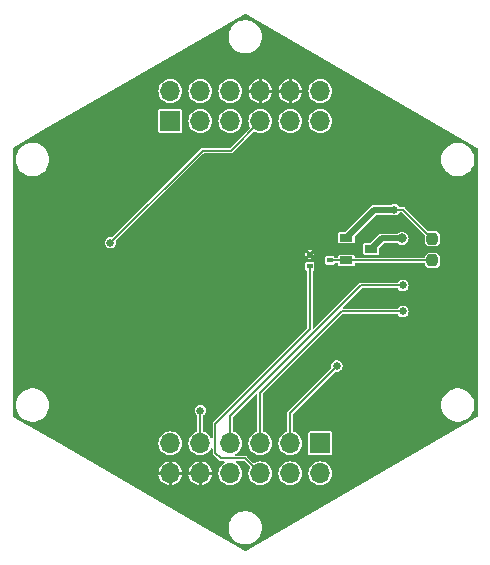
<source format=gbr>
%TF.GenerationSoftware,KiCad,Pcbnew,7.0.5*%
%TF.CreationDate,2023-06-19T10:59:58-04:00*%
%TF.ProjectId,DATA_STORAGE,44415441-5f53-4544-9f52-4147452e6b69,rev?*%
%TF.SameCoordinates,Original*%
%TF.FileFunction,Copper,L2,Bot*%
%TF.FilePolarity,Positive*%
%FSLAX46Y46*%
G04 Gerber Fmt 4.6, Leading zero omitted, Abs format (unit mm)*
G04 Created by KiCad (PCBNEW 7.0.5) date 2023-06-19 10:59:58*
%MOMM*%
%LPD*%
G01*
G04 APERTURE LIST*
G04 Aperture macros list*
%AMRoundRect*
0 Rectangle with rounded corners*
0 $1 Rounding radius*
0 $2 $3 $4 $5 $6 $7 $8 $9 X,Y pos of 4 corners*
0 Add a 4 corners polygon primitive as box body*
4,1,4,$2,$3,$4,$5,$6,$7,$8,$9,$2,$3,0*
0 Add four circle primitives for the rounded corners*
1,1,$1+$1,$2,$3*
1,1,$1+$1,$4,$5*
1,1,$1+$1,$6,$7*
1,1,$1+$1,$8,$9*
0 Add four rect primitives between the rounded corners*
20,1,$1+$1,$2,$3,$4,$5,0*
20,1,$1+$1,$4,$5,$6,$7,0*
20,1,$1+$1,$6,$7,$8,$9,0*
20,1,$1+$1,$8,$9,$2,$3,0*%
G04 Aperture macros list end*
%TA.AperFunction,ComponentPad*%
%ADD10R,1.700000X1.700000*%
%TD*%
%TA.AperFunction,ComponentPad*%
%ADD11O,1.700000X1.700000*%
%TD*%
%TA.AperFunction,SMDPad,CuDef*%
%ADD12R,1.100000X0.650000*%
%TD*%
%TA.AperFunction,SMDPad,CuDef*%
%ADD13RoundRect,0.237500X0.237500X-0.250000X0.237500X0.250000X-0.237500X0.250000X-0.237500X-0.250000X0*%
%TD*%
%TA.AperFunction,SMDPad,CuDef*%
%ADD14R,0.475000X0.460000*%
%TD*%
%TA.AperFunction,ViaPad*%
%ADD15C,0.660400*%
%TD*%
%TA.AperFunction,ViaPad*%
%ADD16C,0.812800*%
%TD*%
%TA.AperFunction,Conductor*%
%ADD17C,0.152400*%
%TD*%
%TA.AperFunction,Conductor*%
%ADD18C,0.508000*%
%TD*%
G04 APERTURE END LIST*
D10*
%TO.P,J1,1,Pin_1*%
%TO.N,/VBAT*%
X143810000Y-86465599D03*
D11*
%TO.P,J1,2,Pin_2*%
%TO.N,/~{EN}*%
X143810000Y-83925599D03*
%TO.P,J1,3,Pin_3*%
%TO.N,VCC*%
X146350000Y-86465599D03*
%TO.P,J1,4,Pin_4*%
%TO.N,/VBAT_OK*%
X146350000Y-83925599D03*
%TO.P,J1,5,Pin_5*%
%TO.N,/~{I2C_RESET}*%
X148890000Y-86465599D03*
%TO.P,J1,6,Pin_6*%
%TO.N,+5V*%
X148890000Y-83925599D03*
%TO.P,J1,7,Pin_7*%
%TO.N,/RXD*%
X151430000Y-86465599D03*
%TO.P,J1,8,Pin_8*%
%TO.N,GND*%
X151430000Y-83925599D03*
%TO.P,J1,9,Pin_9*%
%TO.N,/TXD*%
X153970000Y-86465599D03*
%TO.P,J1,10,Pin_10*%
%TO.N,GND*%
X153970000Y-83925599D03*
%TO.P,J1,11,Pin_11*%
%TO.N,/SDA*%
X156510000Y-86465599D03*
%TO.P,J1,12,Pin_12*%
%TO.N,/SCL*%
X156510000Y-83925599D03*
%TD*%
D10*
%TO.P,J2,1,Pin_1*%
%TO.N,/D11*%
X156510000Y-113743621D03*
D11*
%TO.P,J2,2,Pin_2*%
%TO.N,/D13*%
X156510000Y-116283621D03*
%TO.P,J2,3,Pin_3*%
%TO.N,/A1*%
X153970000Y-113743621D03*
%TO.P,J2,4,Pin_4*%
%TO.N,/D6*%
X153970000Y-116283621D03*
%TO.P,J2,5,Pin_5*%
%TO.N,/SCK*%
X151430000Y-113743621D03*
%TO.P,J2,6,Pin_6*%
%TO.N,/A5*%
X151430000Y-116283621D03*
%TO.P,J2,7,Pin_7*%
%TO.N,/MOSI*%
X148890000Y-113743621D03*
%TO.P,J2,8,Pin_8*%
%TO.N,/~{CS}*%
X148890000Y-116283621D03*
%TO.P,J2,9,Pin_9*%
%TO.N,/MISO*%
X146350000Y-113743621D03*
%TO.P,J2,10,Pin_10*%
%TO.N,GND*%
X146350000Y-116283621D03*
%TO.P,J2,11,Pin_11*%
%TO.N,/LED2*%
X143810000Y-113743621D03*
%TO.P,J2,12,Pin_12*%
%TO.N,GND*%
X143810000Y-116283621D03*
%TD*%
D12*
%TO.P,Q1,1*%
%TO.N,Net-(Q1-Pad1)*%
X158722000Y-98258621D03*
%TO.P,Q1,2*%
%TO.N,VCC*%
X158722000Y-96338621D03*
%TO.P,Q1,3*%
%TO.N,Net-(J3-VDD)*%
X160822000Y-97298621D03*
%TD*%
D13*
%TO.P,R3,1*%
%TO.N,Net-(Q1-Pad1)*%
X166000000Y-98251121D03*
%TO.P,R3,2*%
%TO.N,VCC*%
X166000000Y-96426121D03*
%TD*%
D14*
%TO.P,Q2,1*%
%TO.N,/A5*%
X155632000Y-98758621D03*
%TO.P,Q2,2*%
%TO.N,GND*%
X155632000Y-97758621D03*
%TO.P,Q2,3*%
%TO.N,Net-(Q1-Pad1)*%
X157308000Y-98258621D03*
%TD*%
D15*
%TO.N,GND*%
X137660000Y-93198621D03*
X157660000Y-110698621D03*
X165160000Y-93198621D03*
X165160000Y-110698621D03*
X160160000Y-113198621D03*
X135160000Y-110698621D03*
X135160000Y-105698621D03*
X140160000Y-88198621D03*
X150160000Y-95698621D03*
X140160000Y-110698621D03*
X162660000Y-90698621D03*
X147660000Y-98198621D03*
X137660000Y-113198621D03*
X162660000Y-108198621D03*
X155160000Y-93198621D03*
X132660000Y-98198621D03*
X147660000Y-95698621D03*
X165160000Y-113198621D03*
X132660000Y-100698621D03*
X140160000Y-108198621D03*
X162660000Y-113198621D03*
X147660000Y-103198621D03*
X162660000Y-88198621D03*
X165160000Y-90698621D03*
X135160000Y-103198621D03*
X132660000Y-105698621D03*
X165160000Y-108198621D03*
X160160000Y-110698621D03*
X167660000Y-103198621D03*
X132660000Y-103198621D03*
X150160000Y-100698621D03*
X152660000Y-95698621D03*
X152660000Y-93198621D03*
X140160000Y-113198621D03*
X132660000Y-95698621D03*
X160160000Y-85698621D03*
X150160000Y-98198621D03*
X142660000Y-90698621D03*
X150160000Y-90698621D03*
X135160000Y-93198621D03*
X165160000Y-88198621D03*
X140160000Y-90698621D03*
X135160000Y-108198621D03*
X157660000Y-100698621D03*
X167660000Y-100698621D03*
X135160000Y-90698621D03*
X160160000Y-115698621D03*
X137660000Y-88198621D03*
X140160000Y-103198621D03*
X162660000Y-85698621D03*
X150160000Y-93198621D03*
X142660000Y-95698621D03*
X140160000Y-85698621D03*
X142660000Y-88198621D03*
X132660000Y-93198621D03*
X137660000Y-108198621D03*
X137660000Y-103198621D03*
X167660000Y-95698621D03*
X147660000Y-93198621D03*
X140160000Y-100698621D03*
X137660000Y-90698621D03*
X147660000Y-90698621D03*
X137660000Y-110698621D03*
X142660000Y-98198621D03*
X167660000Y-98198621D03*
X162660000Y-110698621D03*
X160160000Y-88198621D03*
%TO.N,VCC*%
X162790000Y-93968621D03*
%TO.N,/A1*%
X157920000Y-107208621D03*
%TO.N,/MOSI*%
X163510000Y-100379610D03*
%TO.N,/MISO*%
X146370000Y-110968621D03*
%TO.N,/SCK*%
X163510000Y-102579610D03*
%TO.N,/RXD*%
X138755000Y-96753621D03*
D16*
%TO.N,Net-(J3-VDD)*%
X163440000Y-96398621D03*
%TD*%
D17*
%TO.N,VCC*%
X166000000Y-96426121D02*
X163542500Y-93968621D01*
D18*
X162790000Y-93968621D02*
X161092000Y-93968621D01*
D17*
X163542500Y-93968621D02*
X162790000Y-93968621D01*
D18*
X161092000Y-93968621D02*
X158722000Y-96338621D01*
D17*
%TO.N,/A1*%
X153970000Y-111158621D02*
X157920000Y-107208621D01*
X153970000Y-113743621D02*
X153970000Y-111158621D01*
%TO.N,/MOSI*%
X163510000Y-100379610D02*
X159969011Y-100379610D01*
X148890000Y-111458621D02*
X148890000Y-113743621D01*
X159969011Y-100379610D02*
X148890000Y-111458621D01*
%TO.N,/MISO*%
X146350000Y-110988621D02*
X146350000Y-113743621D01*
X146370000Y-110968621D02*
X146350000Y-110988621D01*
%TO.N,/SCK*%
X163510000Y-102579610D02*
X158329011Y-102579610D01*
X151430000Y-109478621D02*
X151430000Y-113743621D01*
X158329011Y-102579610D02*
X151430000Y-109478621D01*
%TO.N,/A5*%
X155632000Y-104076621D02*
X155632000Y-98758621D01*
X151430000Y-116283621D02*
X150175000Y-115028621D01*
X150175000Y-115028621D02*
X148120000Y-115028621D01*
X148120000Y-115028621D02*
X147630000Y-114538621D01*
X147630000Y-114538621D02*
X147630000Y-112078621D01*
X147630000Y-112078621D02*
X155632000Y-104076621D01*
%TO.N,/RXD*%
X146550000Y-88958621D02*
X148936978Y-88958621D01*
X148936978Y-88958621D02*
X151430000Y-86465599D01*
X138755000Y-96753621D02*
X146550000Y-88958621D01*
D18*
%TO.N,Net-(J3-VDD)*%
X161722000Y-96398621D02*
X160822000Y-97298621D01*
X163440000Y-96398621D02*
X161722000Y-96398621D01*
D17*
%TO.N,Net-(Q1-Pad1)*%
X158722000Y-98258621D02*
X165992500Y-98258621D01*
X165992500Y-98258621D02*
X166000000Y-98251121D01*
X157308000Y-98258621D02*
X158722000Y-98258621D01*
%TD*%
%TA.AperFunction,Conductor*%
%TO.N,GND*%
G36*
X150203946Y-77388502D02*
G01*
X169810750Y-88708494D01*
X169849399Y-88754554D01*
X169854700Y-88784618D01*
X169854700Y-111424599D01*
X169834135Y-111481100D01*
X169810750Y-111500723D01*
X150203949Y-122820715D01*
X150144735Y-122831156D01*
X150116049Y-122820715D01*
X149138254Y-122256185D01*
X146770601Y-120889220D01*
X148749884Y-120889220D01*
X148769115Y-121121316D01*
X148769116Y-121121322D01*
X148826286Y-121347080D01*
X148826289Y-121347088D01*
X148897987Y-121510541D01*
X148919840Y-121560361D01*
X148919844Y-121560367D01*
X149047215Y-121755325D01*
X149047216Y-121755327D01*
X149047220Y-121755331D01*
X149204954Y-121926676D01*
X149388740Y-122069722D01*
X149593563Y-122180567D01*
X149813837Y-122256187D01*
X149813839Y-122256187D01*
X149813841Y-122256188D01*
X150043550Y-122294520D01*
X150043554Y-122294520D01*
X150276450Y-122294520D01*
X150506158Y-122256188D01*
X150506158Y-122256187D01*
X150506163Y-122256187D01*
X150726437Y-122180567D01*
X150931260Y-122069722D01*
X151115046Y-121926676D01*
X151272780Y-121755331D01*
X151400160Y-121560361D01*
X151493712Y-121347084D01*
X151550884Y-121121317D01*
X151570116Y-120889220D01*
X151550884Y-120657123D01*
X151550883Y-120657117D01*
X151493713Y-120431359D01*
X151493710Y-120431351D01*
X151400164Y-120218089D01*
X151400160Y-120218079D01*
X151319435Y-120094520D01*
X151272784Y-120023114D01*
X151272783Y-120023112D01*
X151115050Y-119851768D01*
X151115048Y-119851767D01*
X151115046Y-119851764D01*
X150931260Y-119708718D01*
X150726437Y-119597873D01*
X150726433Y-119597871D01*
X150726430Y-119597870D01*
X150506167Y-119522254D01*
X150506158Y-119522251D01*
X150276450Y-119483920D01*
X150276446Y-119483920D01*
X150043554Y-119483920D01*
X150043550Y-119483920D01*
X149813841Y-119522251D01*
X149813832Y-119522254D01*
X149593569Y-119597870D01*
X149388740Y-119708718D01*
X149204949Y-119851768D01*
X149047216Y-120023112D01*
X149047215Y-120023114D01*
X148919844Y-120218072D01*
X148919835Y-120218089D01*
X148826289Y-120431351D01*
X148826286Y-120431359D01*
X148769116Y-120657117D01*
X148769115Y-120657123D01*
X148749884Y-120889220D01*
X146770601Y-120889220D01*
X139013440Y-116410621D01*
X142815259Y-116410621D01*
X142822105Y-116480132D01*
X142879419Y-116669073D01*
X142972504Y-116843222D01*
X143097759Y-116995845D01*
X143097775Y-116995861D01*
X143250398Y-117121116D01*
X143250397Y-117121116D01*
X143424547Y-117214201D01*
X143613491Y-117271516D01*
X143613498Y-117271517D01*
X143682999Y-117278362D01*
X143683000Y-117278362D01*
X143683000Y-116770502D01*
X143774237Y-116783621D01*
X143845763Y-116783621D01*
X143937000Y-116770502D01*
X143937000Y-117278362D01*
X144006501Y-117271517D01*
X144006508Y-117271516D01*
X144195452Y-117214201D01*
X144369601Y-117121116D01*
X144522224Y-116995861D01*
X144522240Y-116995845D01*
X144647495Y-116843222D01*
X144740580Y-116669073D01*
X144797894Y-116480132D01*
X144804741Y-116410621D01*
X145355259Y-116410621D01*
X145362105Y-116480132D01*
X145419419Y-116669073D01*
X145512504Y-116843222D01*
X145637759Y-116995845D01*
X145637775Y-116995861D01*
X145790398Y-117121116D01*
X145790397Y-117121116D01*
X145964547Y-117214201D01*
X146153491Y-117271516D01*
X146153498Y-117271517D01*
X146222999Y-117278362D01*
X146223000Y-117278362D01*
X146223000Y-116770502D01*
X146314237Y-116783621D01*
X146385763Y-116783621D01*
X146477000Y-116770502D01*
X146477000Y-117278362D01*
X146546501Y-117271517D01*
X146546508Y-117271516D01*
X146735452Y-117214201D01*
X146909601Y-117121116D01*
X147062224Y-116995861D01*
X147062240Y-116995845D01*
X147187495Y-116843222D01*
X147280580Y-116669073D01*
X147337894Y-116480132D01*
X147344741Y-116410621D01*
X146833818Y-116410621D01*
X146850000Y-116355510D01*
X146850000Y-116211732D01*
X146833818Y-116156621D01*
X147344741Y-116156621D01*
X147337894Y-116087109D01*
X147280580Y-115898168D01*
X147187495Y-115724019D01*
X147062240Y-115571396D01*
X147062224Y-115571380D01*
X146909601Y-115446125D01*
X146909602Y-115446125D01*
X146735452Y-115353040D01*
X146546511Y-115295726D01*
X146546512Y-115295726D01*
X146477000Y-115288879D01*
X146477000Y-115796739D01*
X146385763Y-115783621D01*
X146314237Y-115783621D01*
X146223000Y-115796739D01*
X146223000Y-115288879D01*
X146153488Y-115295726D01*
X145964547Y-115353040D01*
X145790398Y-115446125D01*
X145637775Y-115571380D01*
X145637759Y-115571396D01*
X145512504Y-115724019D01*
X145419419Y-115898168D01*
X145362105Y-116087109D01*
X145355259Y-116156621D01*
X145866182Y-116156621D01*
X145850000Y-116211732D01*
X145850000Y-116355510D01*
X145866182Y-116410621D01*
X145355259Y-116410621D01*
X144804741Y-116410621D01*
X144293818Y-116410621D01*
X144310000Y-116355510D01*
X144310000Y-116211732D01*
X144293818Y-116156621D01*
X144804741Y-116156621D01*
X144797894Y-116087109D01*
X144740580Y-115898168D01*
X144647495Y-115724019D01*
X144522240Y-115571396D01*
X144522224Y-115571380D01*
X144369601Y-115446125D01*
X144369602Y-115446125D01*
X144195452Y-115353040D01*
X144006511Y-115295726D01*
X144006512Y-115295726D01*
X143937000Y-115288879D01*
X143937000Y-115796739D01*
X143845763Y-115783621D01*
X143774237Y-115783621D01*
X143683000Y-115796739D01*
X143683000Y-115288879D01*
X143613488Y-115295726D01*
X143424547Y-115353040D01*
X143250398Y-115446125D01*
X143097775Y-115571380D01*
X143097759Y-115571396D01*
X142972504Y-115724019D01*
X142879419Y-115898168D01*
X142822105Y-116087109D01*
X142815259Y-116156621D01*
X143326182Y-116156621D01*
X143310000Y-116211732D01*
X143310000Y-116355510D01*
X143326182Y-116410621D01*
X142815259Y-116410621D01*
X139013440Y-116410621D01*
X134394061Y-113743621D01*
X142802247Y-113743621D01*
X142821612Y-113940230D01*
X142878957Y-114129269D01*
X142878958Y-114129271D01*
X142972084Y-114303499D01*
X143097411Y-114456210D01*
X143250122Y-114581537D01*
X143424350Y-114674663D01*
X143558715Y-114715422D01*
X143607189Y-114730127D01*
X143613397Y-114732010D01*
X143810000Y-114751374D01*
X144006603Y-114732010D01*
X144195650Y-114674663D01*
X144369878Y-114581537D01*
X144522589Y-114456210D01*
X144647916Y-114303499D01*
X144741042Y-114129271D01*
X144798389Y-113940224D01*
X144817753Y-113743621D01*
X145342247Y-113743621D01*
X145361612Y-113940230D01*
X145418957Y-114129269D01*
X145418958Y-114129271D01*
X145512084Y-114303499D01*
X145637411Y-114456210D01*
X145790122Y-114581537D01*
X145964350Y-114674663D01*
X146098715Y-114715422D01*
X146147189Y-114730127D01*
X146153397Y-114732010D01*
X146350000Y-114751374D01*
X146546603Y-114732010D01*
X146735650Y-114674663D01*
X146909878Y-114581537D01*
X147062589Y-114456210D01*
X147187916Y-114303499D01*
X147235479Y-114214513D01*
X147280250Y-114174378D01*
X147340345Y-114172410D01*
X147387645Y-114209532D01*
X147400900Y-114255949D01*
X147400900Y-114531471D01*
X147400840Y-114533772D01*
X147398666Y-114575260D01*
X147407177Y-114597433D01*
X147411092Y-114610650D01*
X147416031Y-114633888D01*
X147420124Y-114639521D01*
X147431071Y-114659682D01*
X147433567Y-114666183D01*
X147433568Y-114666185D01*
X147450364Y-114682982D01*
X147459320Y-114693468D01*
X147473276Y-114712677D01*
X147473278Y-114712679D01*
X147479308Y-114716160D01*
X147497510Y-114730127D01*
X147952951Y-115185569D01*
X147954535Y-115187238D01*
X147982330Y-115218107D01*
X148004027Y-115227767D01*
X148016141Y-115234344D01*
X148036064Y-115247283D01*
X148042940Y-115248371D01*
X148064944Y-115254889D01*
X148071303Y-115257721D01*
X148095052Y-115257721D01*
X148108801Y-115258803D01*
X148113877Y-115259606D01*
X148132259Y-115262518D01*
X148138984Y-115260715D01*
X148161734Y-115257721D01*
X148330900Y-115257721D01*
X148387401Y-115278286D01*
X148417465Y-115330357D01*
X148407024Y-115389571D01*
X148372335Y-115423142D01*
X148330123Y-115445704D01*
X148177413Y-115571030D01*
X148177409Y-115571034D01*
X148052084Y-115723742D01*
X147958957Y-115897972D01*
X147901612Y-116087011D01*
X147882247Y-116283621D01*
X147901612Y-116480230D01*
X147958898Y-116669073D01*
X147958958Y-116669271D01*
X148052084Y-116843499D01*
X148177411Y-116996210D01*
X148330122Y-117121537D01*
X148504350Y-117214663D01*
X148638715Y-117255422D01*
X148691771Y-117271517D01*
X148693397Y-117272010D01*
X148890000Y-117291374D01*
X149086603Y-117272010D01*
X149275650Y-117214663D01*
X149449878Y-117121537D01*
X149602589Y-116996210D01*
X149727916Y-116843499D01*
X149821042Y-116669271D01*
X149878389Y-116480224D01*
X149897753Y-116283621D01*
X149878389Y-116087018D01*
X149821042Y-115897971D01*
X149727916Y-115723743D01*
X149602589Y-115571032D01*
X149449878Y-115445705D01*
X149407664Y-115423141D01*
X149367529Y-115378371D01*
X149365561Y-115318276D01*
X149402682Y-115270976D01*
X149449100Y-115257721D01*
X150043694Y-115257721D01*
X150100195Y-115278286D01*
X150105849Y-115283466D01*
X150529978Y-115707595D01*
X150555389Y-115762089D01*
X150545344Y-115811185D01*
X150498958Y-115897968D01*
X150498957Y-115897972D01*
X150441612Y-116087011D01*
X150422247Y-116283621D01*
X150441612Y-116480230D01*
X150498898Y-116669073D01*
X150498958Y-116669271D01*
X150592084Y-116843499D01*
X150717411Y-116996210D01*
X150870122Y-117121537D01*
X151044350Y-117214663D01*
X151178715Y-117255422D01*
X151231771Y-117271517D01*
X151233397Y-117272010D01*
X151430000Y-117291374D01*
X151626603Y-117272010D01*
X151815650Y-117214663D01*
X151989878Y-117121537D01*
X152142589Y-116996210D01*
X152267916Y-116843499D01*
X152361042Y-116669271D01*
X152418389Y-116480224D01*
X152437753Y-116283621D01*
X152962247Y-116283621D01*
X152981612Y-116480230D01*
X153038898Y-116669073D01*
X153038958Y-116669271D01*
X153132084Y-116843499D01*
X153257411Y-116996210D01*
X153410122Y-117121537D01*
X153584350Y-117214663D01*
X153718715Y-117255422D01*
X153771771Y-117271517D01*
X153773397Y-117272010D01*
X153970000Y-117291374D01*
X154166603Y-117272010D01*
X154355650Y-117214663D01*
X154529878Y-117121537D01*
X154682589Y-116996210D01*
X154807916Y-116843499D01*
X154901042Y-116669271D01*
X154958389Y-116480224D01*
X154977753Y-116283621D01*
X155502247Y-116283621D01*
X155521612Y-116480230D01*
X155578898Y-116669073D01*
X155578958Y-116669271D01*
X155672084Y-116843499D01*
X155797411Y-116996210D01*
X155950122Y-117121537D01*
X156124350Y-117214663D01*
X156258715Y-117255422D01*
X156311771Y-117271517D01*
X156313397Y-117272010D01*
X156510000Y-117291374D01*
X156706603Y-117272010D01*
X156895650Y-117214663D01*
X157069878Y-117121537D01*
X157222589Y-116996210D01*
X157347916Y-116843499D01*
X157441042Y-116669271D01*
X157498389Y-116480224D01*
X157517753Y-116283621D01*
X157498389Y-116087018D01*
X157441042Y-115897971D01*
X157347916Y-115723743D01*
X157222589Y-115571032D01*
X157069878Y-115445705D01*
X156895650Y-115352579D01*
X156895649Y-115352578D01*
X156895648Y-115352578D01*
X156706609Y-115295233D01*
X156706604Y-115295232D01*
X156706603Y-115295232D01*
X156510000Y-115275868D01*
X156509999Y-115275868D01*
X156485450Y-115278286D01*
X156313397Y-115295232D01*
X156313395Y-115295232D01*
X156313390Y-115295233D01*
X156124351Y-115352578D01*
X155950121Y-115445705D01*
X155797413Y-115571030D01*
X155797409Y-115571034D01*
X155672084Y-115723742D01*
X155578957Y-115897972D01*
X155521612Y-116087011D01*
X155502247Y-116283621D01*
X154977753Y-116283621D01*
X154958389Y-116087018D01*
X154901042Y-115897971D01*
X154807916Y-115723743D01*
X154682589Y-115571032D01*
X154529878Y-115445705D01*
X154355650Y-115352579D01*
X154355649Y-115352578D01*
X154355648Y-115352578D01*
X154166609Y-115295233D01*
X154166604Y-115295232D01*
X154166603Y-115295232D01*
X153970000Y-115275868D01*
X153773397Y-115295232D01*
X153773395Y-115295232D01*
X153773390Y-115295233D01*
X153584351Y-115352578D01*
X153410121Y-115445705D01*
X153257413Y-115571030D01*
X153257409Y-115571034D01*
X153132084Y-115723742D01*
X153038957Y-115897972D01*
X152981612Y-116087011D01*
X152962247Y-116283621D01*
X152437753Y-116283621D01*
X152418389Y-116087018D01*
X152361042Y-115897971D01*
X152267916Y-115723743D01*
X152142589Y-115571032D01*
X151989878Y-115445705D01*
X151815650Y-115352579D01*
X151815649Y-115352578D01*
X151815648Y-115352578D01*
X151626609Y-115295233D01*
X151626604Y-115295232D01*
X151626603Y-115295232D01*
X151430000Y-115275868D01*
X151429999Y-115275868D01*
X151405450Y-115278286D01*
X151233397Y-115295232D01*
X151233395Y-115295232D01*
X151233390Y-115295233D01*
X151044351Y-115352578D01*
X151044347Y-115352579D01*
X150957565Y-115398965D01*
X150898041Y-115407463D01*
X150853975Y-115383599D01*
X150342039Y-114871662D01*
X150340470Y-114870010D01*
X150312670Y-114839135D01*
X150312669Y-114839134D01*
X150290972Y-114829473D01*
X150278858Y-114822896D01*
X150266022Y-114814561D01*
X150258936Y-114809960D01*
X150258933Y-114809959D01*
X150258932Y-114809959D01*
X150252058Y-114808870D01*
X150230064Y-114802355D01*
X150223699Y-114799521D01*
X150223697Y-114799521D01*
X150199947Y-114799521D01*
X150186197Y-114798439D01*
X150174119Y-114796526D01*
X150162743Y-114794724D01*
X150162740Y-114794724D01*
X150156017Y-114796526D01*
X150133267Y-114799521D01*
X149392974Y-114799521D01*
X149336473Y-114778956D01*
X149306409Y-114726885D01*
X149316850Y-114667671D01*
X149351537Y-114634100D01*
X149449878Y-114581537D01*
X149602589Y-114456210D01*
X149727916Y-114303499D01*
X149821042Y-114129271D01*
X149878389Y-113940224D01*
X149897753Y-113743621D01*
X149878389Y-113547018D01*
X149821042Y-113357971D01*
X149727916Y-113183743D01*
X149602589Y-113031032D01*
X149449878Y-112905705D01*
X149275650Y-112812579D01*
X149181483Y-112784013D01*
X149133385Y-112747932D01*
X149119100Y-112699898D01*
X149119100Y-111589926D01*
X149139665Y-111533425D01*
X149144834Y-111527782D01*
X151050845Y-109621770D01*
X151105339Y-109596360D01*
X151163417Y-109611923D01*
X151197905Y-109661176D01*
X151200900Y-109683926D01*
X151200900Y-112699898D01*
X151180335Y-112756399D01*
X151138516Y-112784013D01*
X151044354Y-112812578D01*
X151044347Y-112812580D01*
X150870121Y-112905705D01*
X150717413Y-113031030D01*
X150717409Y-113031034D01*
X150592084Y-113183742D01*
X150498957Y-113357972D01*
X150441612Y-113547011D01*
X150422247Y-113743620D01*
X150441612Y-113940230D01*
X150498957Y-114129269D01*
X150498958Y-114129271D01*
X150592084Y-114303499D01*
X150717411Y-114456210D01*
X150870122Y-114581537D01*
X151044350Y-114674663D01*
X151178715Y-114715422D01*
X151227189Y-114730127D01*
X151233397Y-114732010D01*
X151430000Y-114751374D01*
X151626603Y-114732010D01*
X151815650Y-114674663D01*
X151989878Y-114581537D01*
X152142589Y-114456210D01*
X152267916Y-114303499D01*
X152361042Y-114129271D01*
X152418389Y-113940224D01*
X152437753Y-113743621D01*
X152437753Y-113743620D01*
X152962247Y-113743620D01*
X152981612Y-113940230D01*
X153038957Y-114129269D01*
X153038958Y-114129271D01*
X153132084Y-114303499D01*
X153257411Y-114456210D01*
X153410122Y-114581537D01*
X153584350Y-114674663D01*
X153718715Y-114715422D01*
X153767189Y-114730127D01*
X153773397Y-114732010D01*
X153970000Y-114751374D01*
X154166603Y-114732010D01*
X154355650Y-114674663D01*
X154479098Y-114608679D01*
X155507100Y-114608679D01*
X155515097Y-114648881D01*
X155515972Y-114653279D01*
X155549766Y-114703855D01*
X155562969Y-114712677D01*
X155600341Y-114737649D01*
X155606963Y-114738966D01*
X155644943Y-114746521D01*
X157375056Y-114746520D01*
X157375058Y-114746520D01*
X157387750Y-114743995D01*
X157419658Y-114737649D01*
X157470234Y-114703855D01*
X157504028Y-114653279D01*
X157512900Y-114608678D01*
X157512899Y-112878565D01*
X157512899Y-112878564D01*
X157512899Y-112878562D01*
X157509111Y-112859523D01*
X157504028Y-112833963D01*
X157470234Y-112783387D01*
X157470002Y-112783232D01*
X157419658Y-112749592D01*
X157382456Y-112742192D01*
X157375057Y-112740721D01*
X157375056Y-112740721D01*
X155644941Y-112740721D01*
X155600341Y-112749593D01*
X155549767Y-112783386D01*
X155549764Y-112783389D01*
X155515971Y-112833962D01*
X155507100Y-112878564D01*
X155507100Y-114608679D01*
X154479098Y-114608679D01*
X154529878Y-114581537D01*
X154682589Y-114456210D01*
X154807916Y-114303499D01*
X154901042Y-114129271D01*
X154958389Y-113940224D01*
X154977753Y-113743621D01*
X154958389Y-113547018D01*
X154901042Y-113357971D01*
X154807916Y-113183743D01*
X154682589Y-113031032D01*
X154529878Y-112905705D01*
X154355650Y-112812579D01*
X154261483Y-112784013D01*
X154213385Y-112747932D01*
X154199100Y-112699898D01*
X154199100Y-111289926D01*
X154219665Y-111233425D01*
X154224834Y-111227782D01*
X154955702Y-110496914D01*
X166749884Y-110496914D01*
X166769115Y-110729011D01*
X166769116Y-110729017D01*
X166826286Y-110954775D01*
X166826289Y-110954783D01*
X166919835Y-111168045D01*
X166919840Y-111168056D01*
X166919844Y-111168062D01*
X167047215Y-111363020D01*
X167047216Y-111363022D01*
X167173979Y-111500724D01*
X167204954Y-111534371D01*
X167388740Y-111677417D01*
X167593563Y-111788262D01*
X167813837Y-111863882D01*
X167813839Y-111863882D01*
X167813841Y-111863883D01*
X168043550Y-111902215D01*
X168043554Y-111902215D01*
X168276450Y-111902215D01*
X168506158Y-111863883D01*
X168506158Y-111863882D01*
X168506163Y-111863882D01*
X168726437Y-111788262D01*
X168931260Y-111677417D01*
X169115046Y-111534371D01*
X169272780Y-111363026D01*
X169400160Y-111168056D01*
X169493712Y-110954779D01*
X169550884Y-110729012D01*
X169570116Y-110496915D01*
X169550884Y-110264818D01*
X169550883Y-110264812D01*
X169493713Y-110039054D01*
X169493710Y-110039046D01*
X169400164Y-109825784D01*
X169400160Y-109825774D01*
X169319435Y-109702215D01*
X169272784Y-109630809D01*
X169272783Y-109630807D01*
X169115050Y-109459463D01*
X169115048Y-109459462D01*
X169115046Y-109459459D01*
X168931260Y-109316413D01*
X168726437Y-109205568D01*
X168726433Y-109205566D01*
X168726430Y-109205565D01*
X168506167Y-109129949D01*
X168506158Y-109129946D01*
X168276450Y-109091615D01*
X168276446Y-109091615D01*
X168043554Y-109091615D01*
X168043550Y-109091615D01*
X167813841Y-109129946D01*
X167813832Y-109129949D01*
X167593569Y-109205565D01*
X167388740Y-109316413D01*
X167204949Y-109459463D01*
X167047216Y-109630807D01*
X167047215Y-109630809D01*
X166919844Y-109825767D01*
X166919835Y-109825784D01*
X166826289Y-110039046D01*
X166826286Y-110039054D01*
X166769116Y-110264812D01*
X166769115Y-110264818D01*
X166749884Y-110496914D01*
X154955702Y-110496914D01*
X157744365Y-107708250D01*
X157798858Y-107682840D01*
X157831284Y-107686067D01*
X157850536Y-107691720D01*
X157850539Y-107691720D01*
X157850541Y-107691721D01*
X157850542Y-107691721D01*
X157989458Y-107691721D01*
X157989459Y-107691721D01*
X157989461Y-107691720D01*
X157989463Y-107691720D01*
X158008715Y-107686067D01*
X158122751Y-107652583D01*
X158239617Y-107577478D01*
X158330589Y-107472490D01*
X158388298Y-107346126D01*
X158408068Y-107208621D01*
X158408068Y-107208617D01*
X158388299Y-107071122D01*
X158388298Y-107071121D01*
X158388298Y-107071116D01*
X158330589Y-106944752D01*
X158239617Y-106839764D01*
X158239615Y-106839763D01*
X158239613Y-106839761D01*
X158122754Y-106764660D01*
X158122751Y-106764659D01*
X158096092Y-106756831D01*
X157989463Y-106725521D01*
X157989459Y-106725521D01*
X157850541Y-106725521D01*
X157850536Y-106725521D01*
X157717249Y-106764659D01*
X157717245Y-106764660D01*
X157600386Y-106839761D01*
X157600381Y-106839765D01*
X157509410Y-106944753D01*
X157451702Y-107071116D01*
X157451700Y-107071122D01*
X157431932Y-107208617D01*
X157431932Y-107208623D01*
X157446294Y-107308515D01*
X157433980Y-107367367D01*
X157421444Y-107383179D01*
X153813040Y-110991582D01*
X153811372Y-110993165D01*
X153780514Y-111020950D01*
X153780513Y-111020951D01*
X153780514Y-111020951D01*
X153770849Y-111042655D01*
X153764278Y-111054758D01*
X153755226Y-111068697D01*
X153751338Y-111074686D01*
X153750248Y-111081568D01*
X153743735Y-111103555D01*
X153740900Y-111109924D01*
X153740900Y-111133672D01*
X153739818Y-111147421D01*
X153736103Y-111170876D01*
X153736103Y-111170879D01*
X153737905Y-111177603D01*
X153740900Y-111200354D01*
X153740900Y-112699898D01*
X153720335Y-112756399D01*
X153678516Y-112784013D01*
X153584354Y-112812578D01*
X153584347Y-112812580D01*
X153410121Y-112905705D01*
X153257413Y-113031030D01*
X153257409Y-113031034D01*
X153132084Y-113183742D01*
X153038957Y-113357972D01*
X152981612Y-113547011D01*
X152962247Y-113743620D01*
X152437753Y-113743620D01*
X152418389Y-113547018D01*
X152361042Y-113357971D01*
X152267916Y-113183743D01*
X152142589Y-113031032D01*
X151989878Y-112905705D01*
X151815650Y-112812579D01*
X151721483Y-112784013D01*
X151673385Y-112747932D01*
X151659100Y-112699898D01*
X151659100Y-109609927D01*
X151679665Y-109553426D01*
X151684845Y-109547772D01*
X158398163Y-102834455D01*
X158452657Y-102809044D01*
X158460318Y-102808710D01*
X163029141Y-102808710D01*
X163085642Y-102829275D01*
X163095572Y-102839048D01*
X163099410Y-102843477D01*
X163099411Y-102843479D01*
X163190383Y-102948467D01*
X163190385Y-102948468D01*
X163190386Y-102948469D01*
X163307245Y-103023570D01*
X163307246Y-103023570D01*
X163307249Y-103023572D01*
X163398035Y-103050229D01*
X163440536Y-103062709D01*
X163440539Y-103062709D01*
X163440541Y-103062710D01*
X163440542Y-103062710D01*
X163579458Y-103062710D01*
X163579459Y-103062710D01*
X163579461Y-103062709D01*
X163579463Y-103062709D01*
X163595305Y-103058056D01*
X163712751Y-103023572D01*
X163829617Y-102948467D01*
X163920589Y-102843479D01*
X163978298Y-102717115D01*
X163998068Y-102579610D01*
X163998068Y-102579606D01*
X163978299Y-102442111D01*
X163978298Y-102442110D01*
X163978298Y-102442105D01*
X163920589Y-102315741D01*
X163829617Y-102210753D01*
X163829615Y-102210752D01*
X163829613Y-102210750D01*
X163712754Y-102135649D01*
X163712751Y-102135648D01*
X163686092Y-102127820D01*
X163579463Y-102096510D01*
X163579459Y-102096510D01*
X163440541Y-102096510D01*
X163440536Y-102096510D01*
X163307249Y-102135648D01*
X163307245Y-102135649D01*
X163190386Y-102210750D01*
X163190381Y-102210754D01*
X163095572Y-102320172D01*
X163043030Y-102349406D01*
X163029141Y-102350510D01*
X158534316Y-102350510D01*
X158477815Y-102329945D01*
X158447751Y-102277874D01*
X158458192Y-102218660D01*
X158472161Y-102200455D01*
X160038162Y-100634455D01*
X160092656Y-100609044D01*
X160100317Y-100608710D01*
X163029141Y-100608710D01*
X163085642Y-100629275D01*
X163095572Y-100639048D01*
X163099410Y-100643477D01*
X163099411Y-100643479D01*
X163190383Y-100748467D01*
X163190385Y-100748468D01*
X163190386Y-100748469D01*
X163307245Y-100823570D01*
X163307246Y-100823570D01*
X163307249Y-100823572D01*
X163398035Y-100850229D01*
X163440536Y-100862709D01*
X163440539Y-100862709D01*
X163440541Y-100862710D01*
X163440542Y-100862710D01*
X163579458Y-100862710D01*
X163579459Y-100862710D01*
X163579461Y-100862709D01*
X163579463Y-100862709D01*
X163595305Y-100858056D01*
X163712751Y-100823572D01*
X163829617Y-100748467D01*
X163920589Y-100643479D01*
X163978298Y-100517115D01*
X163998068Y-100379610D01*
X163998068Y-100379606D01*
X163978299Y-100242111D01*
X163978298Y-100242110D01*
X163978298Y-100242105D01*
X163920589Y-100115741D01*
X163829617Y-100010753D01*
X163829615Y-100010752D01*
X163829613Y-100010750D01*
X163712754Y-99935649D01*
X163712751Y-99935648D01*
X163686092Y-99927820D01*
X163579463Y-99896510D01*
X163579459Y-99896510D01*
X163440541Y-99896510D01*
X163440536Y-99896510D01*
X163307249Y-99935648D01*
X163307245Y-99935649D01*
X163190386Y-100010750D01*
X163190381Y-100010754D01*
X163095572Y-100120172D01*
X163043030Y-100149406D01*
X163029141Y-100150510D01*
X159976167Y-100150510D01*
X159973867Y-100150450D01*
X159948548Y-100149123D01*
X159932372Y-100148276D01*
X159932371Y-100148276D01*
X159932370Y-100148276D01*
X159910199Y-100156786D01*
X159896982Y-100160701D01*
X159873746Y-100165640D01*
X159873746Y-100165641D01*
X159873743Y-100165642D01*
X159868106Y-100169738D01*
X159847953Y-100180680D01*
X159841446Y-100183178D01*
X159841443Y-100183180D01*
X159824650Y-100199973D01*
X159814165Y-100208928D01*
X159794956Y-100222884D01*
X159794949Y-100222891D01*
X159791469Y-100228920D01*
X159777504Y-100247119D01*
X156011155Y-104013468D01*
X155956661Y-104038879D01*
X155898583Y-104023316D01*
X155864095Y-103974063D01*
X155861100Y-103951313D01*
X155861100Y-99218323D01*
X155881665Y-99161822D01*
X155921986Y-99137955D01*
X155921161Y-99135961D01*
X155929151Y-99132650D01*
X155929158Y-99132649D01*
X155979734Y-99098855D01*
X156013528Y-99048279D01*
X156022400Y-99003678D01*
X156022399Y-98513565D01*
X156022399Y-98513564D01*
X156022399Y-98513562D01*
X156020433Y-98503679D01*
X156917600Y-98503679D01*
X156925220Y-98541984D01*
X156926472Y-98548279D01*
X156960266Y-98598855D01*
X156977201Y-98610171D01*
X157010841Y-98632649D01*
X157018241Y-98634120D01*
X157055443Y-98641521D01*
X157560556Y-98641520D01*
X157560558Y-98641520D01*
X157573250Y-98638995D01*
X157605158Y-98632649D01*
X157655734Y-98598855D01*
X157689528Y-98548279D01*
X157689528Y-98548278D01*
X157689529Y-98548277D01*
X157692136Y-98541984D01*
X157732756Y-98497653D01*
X157773345Y-98487721D01*
X157931201Y-98487721D01*
X157987702Y-98508286D01*
X158017766Y-98560357D01*
X158019101Y-98575621D01*
X158019101Y-98598679D01*
X158025858Y-98632649D01*
X158027972Y-98643279D01*
X158061766Y-98693855D01*
X158078701Y-98705171D01*
X158112341Y-98727649D01*
X158119741Y-98729120D01*
X158156943Y-98736521D01*
X159287056Y-98736520D01*
X159287058Y-98736520D01*
X159302481Y-98733452D01*
X159331658Y-98727649D01*
X159382234Y-98693855D01*
X159416028Y-98643279D01*
X159424900Y-98598678D01*
X159424900Y-98575621D01*
X159445465Y-98519120D01*
X159497536Y-98489056D01*
X159512800Y-98487721D01*
X165290038Y-98487721D01*
X165346539Y-98508286D01*
X165376603Y-98560357D01*
X165376856Y-98561871D01*
X165386579Y-98623262D01*
X165386579Y-98623263D01*
X165386580Y-98623265D01*
X165442723Y-98733453D01*
X165530168Y-98820898D01*
X165640356Y-98877041D01*
X165731778Y-98891521D01*
X165731779Y-98891521D01*
X166268221Y-98891521D01*
X166268222Y-98891521D01*
X166359644Y-98877041D01*
X166469832Y-98820898D01*
X166557277Y-98733453D01*
X166613420Y-98623265D01*
X166627900Y-98531843D01*
X166627900Y-97970399D01*
X166613420Y-97878977D01*
X166557277Y-97768789D01*
X166469832Y-97681344D01*
X166359644Y-97625201D01*
X166359642Y-97625200D01*
X166359641Y-97625200D01*
X166289414Y-97614077D01*
X166268222Y-97610721D01*
X165731778Y-97610721D01*
X165714574Y-97613445D01*
X165640358Y-97625200D01*
X165640356Y-97625200D01*
X165640356Y-97625201D01*
X165530168Y-97681344D01*
X165442723Y-97768789D01*
X165388239Y-97875722D01*
X165386579Y-97878979D01*
X165374480Y-97955372D01*
X165345329Y-98007960D01*
X165289196Y-98029508D01*
X165287662Y-98029521D01*
X159512799Y-98029521D01*
X159456298Y-98008956D01*
X159426234Y-97956885D01*
X159424899Y-97941621D01*
X159424899Y-97918562D01*
X159418142Y-97884592D01*
X159416028Y-97873963D01*
X159382234Y-97823387D01*
X159382002Y-97823232D01*
X159331658Y-97789592D01*
X159294456Y-97782192D01*
X159287057Y-97780721D01*
X159287056Y-97780721D01*
X158156941Y-97780721D01*
X158112341Y-97789593D01*
X158061767Y-97823386D01*
X158061764Y-97823389D01*
X158027971Y-97873962D01*
X158019100Y-97918564D01*
X158019100Y-97941621D01*
X157998535Y-97998122D01*
X157946464Y-98028186D01*
X157931200Y-98029521D01*
X157773344Y-98029521D01*
X157716843Y-98008956D01*
X157692133Y-97975255D01*
X157689528Y-97968966D01*
X157689528Y-97968963D01*
X157655734Y-97918387D01*
X157655502Y-97918232D01*
X157605158Y-97884592D01*
X157567956Y-97877192D01*
X157560557Y-97875721D01*
X157560556Y-97875721D01*
X157055441Y-97875721D01*
X157010841Y-97884593D01*
X156960267Y-97918386D01*
X156960264Y-97918389D01*
X156926471Y-97968962D01*
X156917600Y-98013564D01*
X156917600Y-98503679D01*
X156020433Y-98503679D01*
X156017259Y-98487721D01*
X156013528Y-98468963D01*
X155979734Y-98418387D01*
X155979502Y-98418232D01*
X155929158Y-98384592D01*
X155891956Y-98377192D01*
X155884557Y-98375721D01*
X155884556Y-98375721D01*
X155379441Y-98375721D01*
X155334841Y-98384593D01*
X155284267Y-98418386D01*
X155284264Y-98418389D01*
X155250471Y-98468962D01*
X155241600Y-98513564D01*
X155241600Y-99003679D01*
X155250472Y-99048279D01*
X155284266Y-99098855D01*
X155309727Y-99115868D01*
X155334843Y-99132650D01*
X155342839Y-99135962D01*
X155341965Y-99138071D01*
X155383549Y-99163302D01*
X155402900Y-99218324D01*
X155402900Y-103945313D01*
X155382335Y-104001814D01*
X155377155Y-104007468D01*
X147473040Y-111911582D01*
X147471372Y-111913165D01*
X147440514Y-111940950D01*
X147440513Y-111940951D01*
X147440514Y-111940951D01*
X147430849Y-111962655D01*
X147424278Y-111974758D01*
X147415226Y-111988697D01*
X147411338Y-111994686D01*
X147410248Y-112001568D01*
X147403735Y-112023555D01*
X147400900Y-112029924D01*
X147400900Y-112053672D01*
X147399818Y-112067421D01*
X147396103Y-112090876D01*
X147396103Y-112090879D01*
X147397905Y-112097603D01*
X147400900Y-112120354D01*
X147400900Y-113231292D01*
X147380335Y-113287793D01*
X147328264Y-113317857D01*
X147269050Y-113307416D01*
X147235479Y-113272728D01*
X147187915Y-113183742D01*
X147062589Y-113031032D01*
X146909878Y-112905705D01*
X146735650Y-112812579D01*
X146641483Y-112784013D01*
X146593385Y-112747932D01*
X146579100Y-112699898D01*
X146579100Y-111456499D01*
X146599665Y-111399998D01*
X146619477Y-111382553D01*
X146689617Y-111337478D01*
X146780589Y-111232490D01*
X146838298Y-111106126D01*
X146842818Y-111074686D01*
X146858068Y-110968624D01*
X146858068Y-110968617D01*
X146838299Y-110831122D01*
X146838298Y-110831121D01*
X146838298Y-110831116D01*
X146780589Y-110704752D01*
X146689617Y-110599764D01*
X146689615Y-110599763D01*
X146689613Y-110599761D01*
X146572754Y-110524660D01*
X146572751Y-110524659D01*
X146546092Y-110516831D01*
X146439463Y-110485521D01*
X146439459Y-110485521D01*
X146300541Y-110485521D01*
X146300536Y-110485521D01*
X146167249Y-110524659D01*
X146167245Y-110524660D01*
X146050386Y-110599761D01*
X146050381Y-110599765D01*
X145959410Y-110704753D01*
X145901702Y-110831116D01*
X145901700Y-110831122D01*
X145881932Y-110968617D01*
X145881932Y-110968624D01*
X145901700Y-111106119D01*
X145901701Y-111106124D01*
X145901702Y-111106126D01*
X145959411Y-111232490D01*
X146050383Y-111337478D01*
X146080522Y-111356847D01*
X146116935Y-111404691D01*
X146120900Y-111430792D01*
X146120900Y-112699898D01*
X146100335Y-112756399D01*
X146058516Y-112784013D01*
X145964354Y-112812578D01*
X145964347Y-112812580D01*
X145790121Y-112905705D01*
X145637413Y-113031030D01*
X145637409Y-113031034D01*
X145512084Y-113183742D01*
X145418957Y-113357972D01*
X145361612Y-113547011D01*
X145342247Y-113743621D01*
X144817753Y-113743621D01*
X144798389Y-113547018D01*
X144741042Y-113357971D01*
X144647916Y-113183743D01*
X144522589Y-113031032D01*
X144369878Y-112905705D01*
X144195650Y-112812579D01*
X144195649Y-112812578D01*
X144195648Y-112812578D01*
X144006609Y-112755233D01*
X144006604Y-112755232D01*
X144006603Y-112755232D01*
X143810000Y-112735868D01*
X143613397Y-112755232D01*
X143613395Y-112755232D01*
X143613390Y-112755233D01*
X143424351Y-112812578D01*
X143250121Y-112905705D01*
X143097413Y-113031030D01*
X143097409Y-113031034D01*
X142972084Y-113183742D01*
X142878957Y-113357972D01*
X142821612Y-113547011D01*
X142802247Y-113743621D01*
X134394061Y-113743621D01*
X130509248Y-111500723D01*
X130470600Y-111454664D01*
X130465300Y-111424605D01*
X130465300Y-110496915D01*
X130749884Y-110496915D01*
X130769115Y-110729011D01*
X130769116Y-110729017D01*
X130826286Y-110954775D01*
X130826289Y-110954783D01*
X130919835Y-111168045D01*
X130919840Y-111168056D01*
X130919844Y-111168062D01*
X131047215Y-111363020D01*
X131047216Y-111363022D01*
X131173979Y-111500724D01*
X131204954Y-111534371D01*
X131388740Y-111677417D01*
X131593563Y-111788262D01*
X131813837Y-111863882D01*
X131813839Y-111863882D01*
X131813841Y-111863883D01*
X132043550Y-111902215D01*
X132043554Y-111902215D01*
X132276450Y-111902215D01*
X132506158Y-111863883D01*
X132506158Y-111863882D01*
X132506163Y-111863882D01*
X132726437Y-111788262D01*
X132931260Y-111677417D01*
X133115046Y-111534371D01*
X133272780Y-111363026D01*
X133400160Y-111168056D01*
X133493712Y-110954779D01*
X133550884Y-110729012D01*
X133570116Y-110496915D01*
X133550884Y-110264818D01*
X133550883Y-110264812D01*
X133493713Y-110039054D01*
X133493710Y-110039046D01*
X133400164Y-109825784D01*
X133400160Y-109825774D01*
X133319435Y-109702215D01*
X133272784Y-109630809D01*
X133272783Y-109630807D01*
X133115050Y-109459463D01*
X133115048Y-109459462D01*
X133115046Y-109459459D01*
X132931260Y-109316413D01*
X132726437Y-109205568D01*
X132726433Y-109205566D01*
X132726430Y-109205565D01*
X132506167Y-109129949D01*
X132506158Y-109129946D01*
X132276450Y-109091615D01*
X132276446Y-109091615D01*
X132043554Y-109091615D01*
X132043550Y-109091615D01*
X131813841Y-109129946D01*
X131813832Y-109129949D01*
X131593569Y-109205565D01*
X131388740Y-109316413D01*
X131204949Y-109459463D01*
X131047216Y-109630807D01*
X131047215Y-109630809D01*
X130919844Y-109825767D01*
X130919835Y-109825784D01*
X130826289Y-110039046D01*
X130826286Y-110039054D01*
X130769116Y-110264812D01*
X130769115Y-110264818D01*
X130749884Y-110496915D01*
X130465300Y-110496915D01*
X130465300Y-98141021D01*
X155429206Y-98141021D01*
X155834794Y-98141021D01*
X155632000Y-97938227D01*
X155429206Y-98141021D01*
X130465300Y-98141021D01*
X130465300Y-97548325D01*
X155242100Y-97548325D01*
X155242100Y-97968914D01*
X155452393Y-97758621D01*
X155811606Y-97758621D01*
X156021900Y-97968914D01*
X156021900Y-97638679D01*
X160119100Y-97638679D01*
X160127587Y-97681344D01*
X160127972Y-97683279D01*
X160161766Y-97733855D01*
X160178701Y-97745171D01*
X160212341Y-97767649D01*
X160218073Y-97768789D01*
X160256943Y-97776521D01*
X161387056Y-97776520D01*
X161387058Y-97776520D01*
X161399750Y-97773995D01*
X161431658Y-97767649D01*
X161482234Y-97733855D01*
X161516028Y-97683279D01*
X161524900Y-97638678D01*
X161524899Y-97207573D01*
X161545464Y-97151073D01*
X161550645Y-97145419D01*
X161864800Y-96831266D01*
X161919293Y-96805855D01*
X161926954Y-96805521D01*
X163021695Y-96805521D01*
X163075206Y-96823686D01*
X163126947Y-96863389D01*
X163157937Y-96887168D01*
X163293993Y-96943525D01*
X163440000Y-96962747D01*
X163586007Y-96943525D01*
X163722063Y-96887168D01*
X163753053Y-96863389D01*
X163808658Y-96820721D01*
X163838897Y-96797518D01*
X163895863Y-96723279D01*
X163928542Y-96680691D01*
X163928543Y-96680689D01*
X163928547Y-96680684D01*
X163984904Y-96544628D01*
X164004126Y-96398621D01*
X163984904Y-96252614D01*
X163928547Y-96116558D01*
X163928545Y-96116555D01*
X163928542Y-96116550D01*
X163838902Y-95999730D01*
X163838900Y-95999728D01*
X163838897Y-95999724D01*
X163838892Y-95999720D01*
X163838890Y-95999718D01*
X163722070Y-95910078D01*
X163722063Y-95910074D01*
X163586007Y-95853717D01*
X163440000Y-95834495D01*
X163293992Y-95853717D01*
X163157936Y-95910074D01*
X163157934Y-95910075D01*
X163075206Y-95973556D01*
X163021695Y-95991721D01*
X161657552Y-95991721D01*
X161633295Y-95999602D01*
X161619888Y-96002820D01*
X161594699Y-96006810D01*
X161594692Y-96006812D01*
X161571963Y-96018392D01*
X161559231Y-96023666D01*
X161534970Y-96031550D01*
X161534962Y-96031554D01*
X161514327Y-96046546D01*
X161502574Y-96053748D01*
X161479851Y-96065326D01*
X161468387Y-96076790D01*
X161456925Y-96088252D01*
X161456922Y-96088255D01*
X161456917Y-96088259D01*
X160750200Y-96794976D01*
X160695706Y-96820387D01*
X160688045Y-96820721D01*
X160256941Y-96820721D01*
X160212341Y-96829593D01*
X160161767Y-96863386D01*
X160161764Y-96863389D01*
X160127971Y-96913962D01*
X160119100Y-96958564D01*
X160119100Y-97638679D01*
X156021900Y-97638679D01*
X156021900Y-97548327D01*
X155811606Y-97758621D01*
X155452393Y-97758621D01*
X155452395Y-97758619D01*
X155242100Y-97548325D01*
X130465300Y-97548325D01*
X130465300Y-97376221D01*
X155429206Y-97376221D01*
X155632000Y-97579015D01*
X155834794Y-97376221D01*
X155429206Y-97376221D01*
X130465300Y-97376221D01*
X130465300Y-96753624D01*
X138266932Y-96753624D01*
X138286700Y-96891119D01*
X138286701Y-96891124D01*
X138286702Y-96891126D01*
X138344411Y-97017490D01*
X138435383Y-97122478D01*
X138435385Y-97122479D01*
X138435386Y-97122480D01*
X138552245Y-97197581D01*
X138552246Y-97197581D01*
X138552249Y-97197583D01*
X138643035Y-97224240D01*
X138685536Y-97236720D01*
X138685539Y-97236720D01*
X138685541Y-97236721D01*
X138685542Y-97236721D01*
X138824458Y-97236721D01*
X138824459Y-97236721D01*
X138824461Y-97236720D01*
X138824463Y-97236720D01*
X138840305Y-97232067D01*
X138957751Y-97197583D01*
X139074617Y-97122478D01*
X139165589Y-97017490D01*
X139223298Y-96891126D01*
X139227286Y-96863386D01*
X139243068Y-96753624D01*
X139243068Y-96753619D01*
X139232293Y-96678679D01*
X158019100Y-96678679D01*
X158027972Y-96723279D01*
X158061766Y-96773855D01*
X158078701Y-96785171D01*
X158112341Y-96807649D01*
X158119741Y-96809120D01*
X158156943Y-96816521D01*
X159287056Y-96816520D01*
X159287058Y-96816520D01*
X159299750Y-96813995D01*
X159331658Y-96807649D01*
X159382234Y-96773855D01*
X159416028Y-96723279D01*
X159424900Y-96678678D01*
X159424899Y-96247572D01*
X159445464Y-96191072D01*
X159450632Y-96185430D01*
X161234797Y-94401266D01*
X161289292Y-94375855D01*
X161296953Y-94375521D01*
X162503770Y-94375521D01*
X162551292Y-94389475D01*
X162587247Y-94412582D01*
X162587249Y-94412583D01*
X162720536Y-94451720D01*
X162720539Y-94451720D01*
X162720541Y-94451721D01*
X162720542Y-94451721D01*
X162859458Y-94451721D01*
X162859459Y-94451721D01*
X162859461Y-94451720D01*
X162859463Y-94451720D01*
X162875305Y-94447067D01*
X162992751Y-94412583D01*
X163109617Y-94337478D01*
X163200589Y-94232490D01*
X163200589Y-94232488D01*
X163204428Y-94228059D01*
X163256970Y-94198825D01*
X163270859Y-94197721D01*
X163411194Y-94197721D01*
X163467695Y-94218286D01*
X163473348Y-94223465D01*
X165346355Y-96096473D01*
X165371766Y-96150966D01*
X165372100Y-96158627D01*
X165372100Y-96706842D01*
X165386579Y-96798262D01*
X165386579Y-96798263D01*
X165386580Y-96798265D01*
X165442723Y-96908453D01*
X165530168Y-96995898D01*
X165640356Y-97052041D01*
X165731778Y-97066521D01*
X165731779Y-97066521D01*
X166268221Y-97066521D01*
X166268222Y-97066521D01*
X166359644Y-97052041D01*
X166469832Y-96995898D01*
X166557277Y-96908453D01*
X166613420Y-96798265D01*
X166627900Y-96706843D01*
X166627900Y-96145399D01*
X166613420Y-96053977D01*
X166557277Y-95943789D01*
X166469832Y-95856344D01*
X166359644Y-95800201D01*
X166359642Y-95800200D01*
X166359641Y-95800200D01*
X166289414Y-95789077D01*
X166268222Y-95785721D01*
X165731778Y-95785721D01*
X165731776Y-95785721D01*
X165728338Y-95785992D01*
X165728190Y-95784119D01*
X165675307Y-95773774D01*
X165658515Y-95760639D01*
X163709539Y-93811662D01*
X163707970Y-93810010D01*
X163680170Y-93779135D01*
X163680169Y-93779134D01*
X163658472Y-93769473D01*
X163646358Y-93762896D01*
X163633522Y-93754561D01*
X163626436Y-93749960D01*
X163626433Y-93749959D01*
X163626432Y-93749959D01*
X163619558Y-93748870D01*
X163597564Y-93742355D01*
X163591199Y-93739521D01*
X163591197Y-93739521D01*
X163567447Y-93739521D01*
X163553697Y-93738439D01*
X163541619Y-93736526D01*
X163530243Y-93734724D01*
X163530240Y-93734724D01*
X163523517Y-93736526D01*
X163500767Y-93739521D01*
X163270859Y-93739521D01*
X163214358Y-93718956D01*
X163204428Y-93709183D01*
X163109618Y-93599765D01*
X163109613Y-93599761D01*
X162992754Y-93524660D01*
X162992751Y-93524659D01*
X162966092Y-93516831D01*
X162859463Y-93485521D01*
X162859459Y-93485521D01*
X162720541Y-93485521D01*
X162720536Y-93485521D01*
X162587249Y-93524658D01*
X162587247Y-93524659D01*
X162551292Y-93547767D01*
X162503770Y-93561721D01*
X161027552Y-93561721D01*
X161003295Y-93569602D01*
X160989888Y-93572820D01*
X160964699Y-93576810D01*
X160964692Y-93576812D01*
X160941963Y-93588392D01*
X160929230Y-93593666D01*
X160904971Y-93601549D01*
X160904960Y-93601555D01*
X160884331Y-93616543D01*
X160872576Y-93623747D01*
X160849853Y-93635326D01*
X160849850Y-93635328D01*
X160826922Y-93658256D01*
X158650200Y-95834976D01*
X158595706Y-95860387D01*
X158588045Y-95860721D01*
X158156941Y-95860721D01*
X158112341Y-95869593D01*
X158061767Y-95903386D01*
X158061764Y-95903389D01*
X158027971Y-95953962D01*
X158019100Y-95998564D01*
X158019100Y-96678679D01*
X139232293Y-96678679D01*
X139228705Y-96653725D01*
X139241019Y-96594872D01*
X139253551Y-96579064D01*
X146120312Y-89712305D01*
X166749884Y-89712305D01*
X166769115Y-89944401D01*
X166769116Y-89944407D01*
X166826286Y-90170165D01*
X166826289Y-90170173D01*
X166897987Y-90333626D01*
X166919840Y-90383446D01*
X166919844Y-90383452D01*
X167047215Y-90578410D01*
X167047216Y-90578412D01*
X167047220Y-90578416D01*
X167204954Y-90749761D01*
X167388740Y-90892807D01*
X167593563Y-91003652D01*
X167813837Y-91079272D01*
X167813839Y-91079272D01*
X167813841Y-91079273D01*
X168043550Y-91117605D01*
X168043554Y-91117605D01*
X168276450Y-91117605D01*
X168506158Y-91079273D01*
X168506158Y-91079272D01*
X168506163Y-91079272D01*
X168726437Y-91003652D01*
X168931260Y-90892807D01*
X169115046Y-90749761D01*
X169272780Y-90578416D01*
X169400160Y-90383446D01*
X169493712Y-90170169D01*
X169550884Y-89944402D01*
X169570116Y-89712305D01*
X169550884Y-89480208D01*
X169550883Y-89480202D01*
X169493713Y-89254444D01*
X169493710Y-89254436D01*
X169400164Y-89041174D01*
X169400160Y-89041164D01*
X169319435Y-88917605D01*
X169272784Y-88846199D01*
X169272783Y-88846197D01*
X169115050Y-88674853D01*
X169115048Y-88674852D01*
X169115046Y-88674849D01*
X168931260Y-88531803D01*
X168726437Y-88420958D01*
X168726433Y-88420956D01*
X168726430Y-88420955D01*
X168506167Y-88345339D01*
X168506158Y-88345336D01*
X168276450Y-88307005D01*
X168276446Y-88307005D01*
X168043554Y-88307005D01*
X168043550Y-88307005D01*
X167813841Y-88345336D01*
X167813832Y-88345339D01*
X167593569Y-88420955D01*
X167593564Y-88420957D01*
X167593563Y-88420958D01*
X167388740Y-88531803D01*
X167379779Y-88538778D01*
X167204949Y-88674853D01*
X167047216Y-88846197D01*
X167047215Y-88846199D01*
X166919844Y-89041157D01*
X166919835Y-89041174D01*
X166826289Y-89254436D01*
X166826286Y-89254444D01*
X166769116Y-89480202D01*
X166769115Y-89480208D01*
X166749884Y-89712305D01*
X146120312Y-89712305D01*
X146619151Y-89213466D01*
X146673646Y-89188055D01*
X146681307Y-89187721D01*
X148929829Y-89187721D01*
X148932130Y-89187781D01*
X148939821Y-89188183D01*
X148973617Y-89189955D01*
X148995787Y-89181444D01*
X149009005Y-89177528D01*
X149032243Y-89172590D01*
X149037872Y-89168499D01*
X149058039Y-89157548D01*
X149064542Y-89155053D01*
X149081343Y-89138250D01*
X149091818Y-89129304D01*
X149111036Y-89115343D01*
X149114518Y-89109311D01*
X149128481Y-89091112D01*
X150853975Y-87365618D01*
X150908468Y-87340208D01*
X150957562Y-87350252D01*
X151044350Y-87396641D01*
X151233397Y-87453988D01*
X151430000Y-87473352D01*
X151626603Y-87453988D01*
X151815650Y-87396641D01*
X151989878Y-87303515D01*
X152142589Y-87178188D01*
X152267916Y-87025477D01*
X152361042Y-86851249D01*
X152418389Y-86662202D01*
X152437753Y-86465599D01*
X152962247Y-86465599D01*
X152981612Y-86662208D01*
X153038957Y-86851247D01*
X153038958Y-86851249D01*
X153132084Y-87025477D01*
X153257411Y-87178188D01*
X153410122Y-87303515D01*
X153584350Y-87396641D01*
X153773397Y-87453988D01*
X153970000Y-87473352D01*
X154166603Y-87453988D01*
X154355650Y-87396641D01*
X154529878Y-87303515D01*
X154682589Y-87178188D01*
X154807916Y-87025477D01*
X154901042Y-86851249D01*
X154958389Y-86662202D01*
X154977753Y-86465599D01*
X155502247Y-86465599D01*
X155521612Y-86662208D01*
X155578957Y-86851247D01*
X155578958Y-86851249D01*
X155672084Y-87025477D01*
X155797411Y-87178188D01*
X155950122Y-87303515D01*
X156124350Y-87396641D01*
X156313397Y-87453988D01*
X156510000Y-87473352D01*
X156706603Y-87453988D01*
X156895650Y-87396641D01*
X157069878Y-87303515D01*
X157222589Y-87178188D01*
X157347916Y-87025477D01*
X157441042Y-86851249D01*
X157498389Y-86662202D01*
X157517753Y-86465599D01*
X157498389Y-86268996D01*
X157441042Y-86079949D01*
X157347916Y-85905721D01*
X157222589Y-85753010D01*
X157069878Y-85627683D01*
X156895650Y-85534557D01*
X156895649Y-85534556D01*
X156895648Y-85534556D01*
X156706609Y-85477211D01*
X156706604Y-85477210D01*
X156706603Y-85477210D01*
X156510000Y-85457846D01*
X156509999Y-85457846D01*
X156462657Y-85462508D01*
X156313397Y-85477210D01*
X156313395Y-85477210D01*
X156313390Y-85477211D01*
X156124351Y-85534556D01*
X155950121Y-85627683D01*
X155797413Y-85753008D01*
X155797409Y-85753012D01*
X155672084Y-85905720D01*
X155578957Y-86079950D01*
X155521612Y-86268989D01*
X155502247Y-86465599D01*
X154977753Y-86465599D01*
X154958389Y-86268996D01*
X154901042Y-86079949D01*
X154807916Y-85905721D01*
X154682589Y-85753010D01*
X154529878Y-85627683D01*
X154355650Y-85534557D01*
X154355649Y-85534556D01*
X154355648Y-85534556D01*
X154166609Y-85477211D01*
X154166604Y-85477210D01*
X154166603Y-85477210D01*
X153970000Y-85457846D01*
X153773397Y-85477210D01*
X153773395Y-85477210D01*
X153773390Y-85477211D01*
X153584351Y-85534556D01*
X153410121Y-85627683D01*
X153257413Y-85753008D01*
X153257409Y-85753012D01*
X153132084Y-85905720D01*
X153038957Y-86079950D01*
X152981612Y-86268989D01*
X152962247Y-86465599D01*
X152437753Y-86465599D01*
X152418389Y-86268996D01*
X152361042Y-86079949D01*
X152267916Y-85905721D01*
X152142589Y-85753010D01*
X151989878Y-85627683D01*
X151815650Y-85534557D01*
X151815649Y-85534556D01*
X151815648Y-85534556D01*
X151626609Y-85477211D01*
X151626604Y-85477210D01*
X151626603Y-85477210D01*
X151430000Y-85457846D01*
X151233397Y-85477210D01*
X151233395Y-85477210D01*
X151233390Y-85477211D01*
X151044351Y-85534556D01*
X150870121Y-85627683D01*
X150717413Y-85753008D01*
X150717409Y-85753012D01*
X150592084Y-85905720D01*
X150498957Y-86079950D01*
X150441612Y-86268989D01*
X150422247Y-86465599D01*
X150441612Y-86662208D01*
X150498957Y-86851247D01*
X150498958Y-86851251D01*
X150545344Y-86938033D01*
X150553842Y-86997556D01*
X150529978Y-87041623D01*
X148867826Y-88703776D01*
X148813332Y-88729187D01*
X148805671Y-88729521D01*
X146557156Y-88729521D01*
X146554856Y-88729461D01*
X146529221Y-88728118D01*
X146513361Y-88727287D01*
X146513360Y-88727287D01*
X146513359Y-88727287D01*
X146491188Y-88735797D01*
X146477971Y-88739712D01*
X146454735Y-88744652D01*
X146454732Y-88744653D01*
X146449095Y-88748749D01*
X146428942Y-88759691D01*
X146422435Y-88762189D01*
X146422432Y-88762191D01*
X146405639Y-88778984D01*
X146395154Y-88787939D01*
X146375945Y-88801895D01*
X146375938Y-88801902D01*
X146372458Y-88807931D01*
X146358493Y-88826130D01*
X138930632Y-96253990D01*
X138876138Y-96279401D01*
X138843712Y-96276174D01*
X138824463Y-96270521D01*
X138824459Y-96270521D01*
X138685541Y-96270521D01*
X138685536Y-96270521D01*
X138552249Y-96309659D01*
X138552245Y-96309660D01*
X138435386Y-96384761D01*
X138435381Y-96384765D01*
X138344410Y-96489753D01*
X138286702Y-96616116D01*
X138286700Y-96616122D01*
X138266932Y-96753617D01*
X138266932Y-96753624D01*
X130465300Y-96753624D01*
X130465300Y-89712304D01*
X130749884Y-89712304D01*
X130769115Y-89944401D01*
X130769116Y-89944407D01*
X130826286Y-90170165D01*
X130826289Y-90170173D01*
X130897987Y-90333626D01*
X130919840Y-90383446D01*
X130919844Y-90383452D01*
X131047215Y-90578410D01*
X131047216Y-90578412D01*
X131047220Y-90578416D01*
X131204954Y-90749761D01*
X131388740Y-90892807D01*
X131593563Y-91003652D01*
X131813837Y-91079272D01*
X131813839Y-91079272D01*
X131813841Y-91079273D01*
X132043550Y-91117605D01*
X132043554Y-91117605D01*
X132276450Y-91117605D01*
X132506158Y-91079273D01*
X132506158Y-91079272D01*
X132506163Y-91079272D01*
X132726437Y-91003652D01*
X132931260Y-90892807D01*
X133115046Y-90749761D01*
X133272780Y-90578416D01*
X133400160Y-90383446D01*
X133493712Y-90170169D01*
X133550884Y-89944402D01*
X133570116Y-89712305D01*
X133550884Y-89480208D01*
X133550883Y-89480202D01*
X133493713Y-89254444D01*
X133493710Y-89254436D01*
X133400164Y-89041174D01*
X133400160Y-89041164D01*
X133319435Y-88917605D01*
X133272784Y-88846199D01*
X133272783Y-88846197D01*
X133115050Y-88674853D01*
X133115048Y-88674852D01*
X133115046Y-88674849D01*
X132931260Y-88531803D01*
X132726437Y-88420958D01*
X132726433Y-88420956D01*
X132726430Y-88420955D01*
X132506167Y-88345339D01*
X132506158Y-88345336D01*
X132276450Y-88307005D01*
X132276446Y-88307005D01*
X132043554Y-88307005D01*
X132043550Y-88307005D01*
X131813841Y-88345336D01*
X131813832Y-88345339D01*
X131593569Y-88420955D01*
X131593564Y-88420957D01*
X131593563Y-88420958D01*
X131388740Y-88531803D01*
X131379779Y-88538778D01*
X131204949Y-88674853D01*
X131047216Y-88846197D01*
X131047215Y-88846199D01*
X130919844Y-89041157D01*
X130919835Y-89041174D01*
X130826289Y-89254436D01*
X130826286Y-89254444D01*
X130769116Y-89480202D01*
X130769115Y-89480208D01*
X130749884Y-89712304D01*
X130465300Y-89712304D01*
X130465300Y-88784618D01*
X130485865Y-88728118D01*
X130509248Y-88708496D01*
X132895735Y-87330657D01*
X142807100Y-87330657D01*
X142814055Y-87365619D01*
X142815972Y-87375257D01*
X142849766Y-87425833D01*
X142866701Y-87437149D01*
X142900341Y-87459627D01*
X142907741Y-87461098D01*
X142944943Y-87468499D01*
X144675056Y-87468498D01*
X144675058Y-87468498D01*
X144687750Y-87465973D01*
X144719658Y-87459627D01*
X144770234Y-87425833D01*
X144804028Y-87375257D01*
X144812900Y-87330656D01*
X144812899Y-86465598D01*
X145342247Y-86465598D01*
X145361612Y-86662208D01*
X145418957Y-86851247D01*
X145418958Y-86851249D01*
X145512084Y-87025477D01*
X145637411Y-87178188D01*
X145790122Y-87303515D01*
X145964350Y-87396641D01*
X146153397Y-87453988D01*
X146350000Y-87473352D01*
X146546603Y-87453988D01*
X146735650Y-87396641D01*
X146909878Y-87303515D01*
X147062589Y-87178188D01*
X147187916Y-87025477D01*
X147281042Y-86851249D01*
X147338389Y-86662202D01*
X147357753Y-86465599D01*
X147357753Y-86465598D01*
X147882247Y-86465598D01*
X147901612Y-86662208D01*
X147958957Y-86851247D01*
X147958958Y-86851249D01*
X148052084Y-87025477D01*
X148177411Y-87178188D01*
X148330122Y-87303515D01*
X148504350Y-87396641D01*
X148693397Y-87453988D01*
X148890000Y-87473352D01*
X149086603Y-87453988D01*
X149275650Y-87396641D01*
X149449878Y-87303515D01*
X149602589Y-87178188D01*
X149727916Y-87025477D01*
X149821042Y-86851249D01*
X149878389Y-86662202D01*
X149897753Y-86465599D01*
X149878389Y-86268996D01*
X149821042Y-86079949D01*
X149727916Y-85905721D01*
X149602589Y-85753010D01*
X149449878Y-85627683D01*
X149275650Y-85534557D01*
X149275649Y-85534556D01*
X149275648Y-85534556D01*
X149086609Y-85477211D01*
X149086604Y-85477210D01*
X149086603Y-85477210D01*
X148890000Y-85457846D01*
X148889999Y-85457846D01*
X148842657Y-85462508D01*
X148693397Y-85477210D01*
X148693395Y-85477210D01*
X148693390Y-85477211D01*
X148504351Y-85534556D01*
X148330121Y-85627683D01*
X148177413Y-85753008D01*
X148177409Y-85753012D01*
X148052084Y-85905720D01*
X147958957Y-86079950D01*
X147901612Y-86268989D01*
X147882247Y-86465598D01*
X147357753Y-86465598D01*
X147338389Y-86268996D01*
X147281042Y-86079949D01*
X147187916Y-85905721D01*
X147062589Y-85753010D01*
X146909878Y-85627683D01*
X146735650Y-85534557D01*
X146735649Y-85534556D01*
X146735648Y-85534556D01*
X146546609Y-85477211D01*
X146546604Y-85477210D01*
X146546603Y-85477210D01*
X146350000Y-85457846D01*
X146153397Y-85477210D01*
X146153395Y-85477210D01*
X146153390Y-85477211D01*
X145964351Y-85534556D01*
X145790121Y-85627683D01*
X145637413Y-85753008D01*
X145637409Y-85753012D01*
X145512084Y-85905720D01*
X145418957Y-86079950D01*
X145361612Y-86268989D01*
X145342247Y-86465598D01*
X144812899Y-86465598D01*
X144812899Y-85600543D01*
X144812899Y-85600542D01*
X144812899Y-85600540D01*
X144809111Y-85581501D01*
X144804028Y-85555941D01*
X144770234Y-85505365D01*
X144770002Y-85505210D01*
X144719658Y-85471570D01*
X144682456Y-85464170D01*
X144675057Y-85462699D01*
X144675056Y-85462699D01*
X142944941Y-85462699D01*
X142900341Y-85471571D01*
X142849767Y-85505364D01*
X142849764Y-85505367D01*
X142815971Y-85555940D01*
X142807100Y-85600542D01*
X142807100Y-87330657D01*
X132895735Y-87330657D01*
X138793467Y-83925599D01*
X142802247Y-83925599D01*
X142821612Y-84122208D01*
X142878898Y-84311051D01*
X142878958Y-84311249D01*
X142972084Y-84485477D01*
X143097411Y-84638188D01*
X143250122Y-84763515D01*
X143424350Y-84856641D01*
X143558715Y-84897400D01*
X143611771Y-84913495D01*
X143613397Y-84913988D01*
X143810000Y-84933352D01*
X144006603Y-84913988D01*
X144195650Y-84856641D01*
X144369878Y-84763515D01*
X144522589Y-84638188D01*
X144647916Y-84485477D01*
X144741042Y-84311249D01*
X144798389Y-84122202D01*
X144817753Y-83925599D01*
X145342247Y-83925599D01*
X145361612Y-84122208D01*
X145418898Y-84311051D01*
X145418958Y-84311249D01*
X145512084Y-84485477D01*
X145637411Y-84638188D01*
X145790122Y-84763515D01*
X145964350Y-84856641D01*
X146098715Y-84897400D01*
X146151771Y-84913495D01*
X146153397Y-84913988D01*
X146350000Y-84933352D01*
X146546603Y-84913988D01*
X146735650Y-84856641D01*
X146909878Y-84763515D01*
X147062589Y-84638188D01*
X147187916Y-84485477D01*
X147281042Y-84311249D01*
X147338389Y-84122202D01*
X147357753Y-83925599D01*
X147882247Y-83925599D01*
X147901612Y-84122208D01*
X147958898Y-84311051D01*
X147958958Y-84311249D01*
X148052084Y-84485477D01*
X148177411Y-84638188D01*
X148330122Y-84763515D01*
X148504350Y-84856641D01*
X148638715Y-84897400D01*
X148691771Y-84913495D01*
X148693397Y-84913988D01*
X148890000Y-84933352D01*
X149086603Y-84913988D01*
X149275650Y-84856641D01*
X149449878Y-84763515D01*
X149602589Y-84638188D01*
X149727916Y-84485477D01*
X149821042Y-84311249D01*
X149878389Y-84122202D01*
X149885244Y-84052599D01*
X150435259Y-84052599D01*
X150442105Y-84122110D01*
X150499419Y-84311051D01*
X150592504Y-84485200D01*
X150717759Y-84637823D01*
X150717775Y-84637839D01*
X150870398Y-84763094D01*
X150870397Y-84763094D01*
X151044547Y-84856179D01*
X151233491Y-84913494D01*
X151233498Y-84913495D01*
X151302999Y-84920340D01*
X151303000Y-84920340D01*
X151303000Y-84412480D01*
X151394237Y-84425599D01*
X151465763Y-84425599D01*
X151557000Y-84412480D01*
X151557000Y-84920340D01*
X151626501Y-84913495D01*
X151626508Y-84913494D01*
X151815452Y-84856179D01*
X151989601Y-84763094D01*
X152142224Y-84637839D01*
X152142240Y-84637823D01*
X152267495Y-84485200D01*
X152360580Y-84311051D01*
X152417894Y-84122110D01*
X152424741Y-84052599D01*
X152975259Y-84052599D01*
X152982105Y-84122110D01*
X153039419Y-84311051D01*
X153132504Y-84485200D01*
X153257759Y-84637823D01*
X153257775Y-84637839D01*
X153410398Y-84763094D01*
X153410397Y-84763094D01*
X153584547Y-84856179D01*
X153773491Y-84913494D01*
X153773498Y-84913495D01*
X153842999Y-84920340D01*
X153843000Y-84920340D01*
X153843000Y-84412480D01*
X153934237Y-84425599D01*
X154005763Y-84425599D01*
X154097000Y-84412480D01*
X154097000Y-84920340D01*
X154166501Y-84913495D01*
X154166508Y-84913494D01*
X154355452Y-84856179D01*
X154529601Y-84763094D01*
X154682224Y-84637839D01*
X154682240Y-84637823D01*
X154807495Y-84485200D01*
X154900580Y-84311051D01*
X154957894Y-84122110D01*
X154964741Y-84052599D01*
X154453818Y-84052599D01*
X154470000Y-83997488D01*
X154470000Y-83925599D01*
X155502247Y-83925599D01*
X155521612Y-84122208D01*
X155578898Y-84311051D01*
X155578958Y-84311249D01*
X155672084Y-84485477D01*
X155797411Y-84638188D01*
X155950122Y-84763515D01*
X156124350Y-84856641D01*
X156258715Y-84897400D01*
X156311771Y-84913495D01*
X156313397Y-84913988D01*
X156510000Y-84933352D01*
X156706603Y-84913988D01*
X156895650Y-84856641D01*
X157069878Y-84763515D01*
X157222589Y-84638188D01*
X157347916Y-84485477D01*
X157441042Y-84311249D01*
X157498389Y-84122202D01*
X157517753Y-83925599D01*
X157498389Y-83728996D01*
X157441042Y-83539949D01*
X157347916Y-83365721D01*
X157222589Y-83213010D01*
X157069878Y-83087683D01*
X156895650Y-82994557D01*
X156895649Y-82994556D01*
X156895648Y-82994556D01*
X156706609Y-82937211D01*
X156706604Y-82937210D01*
X156706603Y-82937210D01*
X156510000Y-82917846D01*
X156313397Y-82937210D01*
X156313395Y-82937210D01*
X156313390Y-82937211D01*
X156124351Y-82994556D01*
X155950121Y-83087683D01*
X155797413Y-83213008D01*
X155797409Y-83213012D01*
X155672084Y-83365720D01*
X155578957Y-83539950D01*
X155521612Y-83728989D01*
X155502247Y-83925599D01*
X154470000Y-83925599D01*
X154470000Y-83853710D01*
X154453818Y-83798599D01*
X154964741Y-83798599D01*
X154957894Y-83729087D01*
X154900580Y-83540146D01*
X154807495Y-83365997D01*
X154682240Y-83213374D01*
X154682224Y-83213358D01*
X154529601Y-83088103D01*
X154529602Y-83088103D01*
X154355452Y-82995018D01*
X154166511Y-82937704D01*
X154166512Y-82937704D01*
X154097000Y-82930857D01*
X154097000Y-83438717D01*
X154005763Y-83425599D01*
X153934237Y-83425599D01*
X153843000Y-83438717D01*
X153843000Y-82930857D01*
X153773488Y-82937704D01*
X153584547Y-82995018D01*
X153410398Y-83088103D01*
X153257775Y-83213358D01*
X153257759Y-83213374D01*
X153132504Y-83365997D01*
X153039419Y-83540146D01*
X152982105Y-83729087D01*
X152975259Y-83798599D01*
X153486182Y-83798599D01*
X153470000Y-83853710D01*
X153470000Y-83997488D01*
X153486182Y-84052599D01*
X152975259Y-84052599D01*
X152424741Y-84052599D01*
X151913818Y-84052599D01*
X151930000Y-83997488D01*
X151930000Y-83853710D01*
X151913818Y-83798599D01*
X152424741Y-83798599D01*
X152417894Y-83729087D01*
X152360580Y-83540146D01*
X152267495Y-83365997D01*
X152142240Y-83213374D01*
X152142224Y-83213358D01*
X151989601Y-83088103D01*
X151989602Y-83088103D01*
X151815452Y-82995018D01*
X151626511Y-82937704D01*
X151626512Y-82937704D01*
X151557000Y-82930857D01*
X151557000Y-83438717D01*
X151465763Y-83425599D01*
X151394237Y-83425599D01*
X151303000Y-83438717D01*
X151303000Y-82930857D01*
X151233488Y-82937704D01*
X151044547Y-82995018D01*
X150870398Y-83088103D01*
X150717775Y-83213358D01*
X150717759Y-83213374D01*
X150592504Y-83365997D01*
X150499419Y-83540146D01*
X150442105Y-83729087D01*
X150435259Y-83798599D01*
X150946182Y-83798599D01*
X150930000Y-83853710D01*
X150930000Y-83997488D01*
X150946182Y-84052599D01*
X150435259Y-84052599D01*
X149885244Y-84052599D01*
X149897753Y-83925599D01*
X149878389Y-83728996D01*
X149821042Y-83539949D01*
X149727916Y-83365721D01*
X149602589Y-83213010D01*
X149449878Y-83087683D01*
X149275650Y-82994557D01*
X149275649Y-82994556D01*
X149275648Y-82994556D01*
X149086609Y-82937211D01*
X149086604Y-82937210D01*
X149086603Y-82937210D01*
X148890000Y-82917846D01*
X148693397Y-82937210D01*
X148693395Y-82937210D01*
X148693390Y-82937211D01*
X148504351Y-82994556D01*
X148330121Y-83087683D01*
X148177413Y-83213008D01*
X148177409Y-83213012D01*
X148052084Y-83365720D01*
X147958957Y-83539950D01*
X147901612Y-83728989D01*
X147882247Y-83925599D01*
X147357753Y-83925599D01*
X147338389Y-83728996D01*
X147281042Y-83539949D01*
X147187916Y-83365721D01*
X147062589Y-83213010D01*
X146909878Y-83087683D01*
X146735650Y-82994557D01*
X146735649Y-82994556D01*
X146735648Y-82994556D01*
X146546609Y-82937211D01*
X146546604Y-82937210D01*
X146546603Y-82937210D01*
X146350000Y-82917846D01*
X146153397Y-82937210D01*
X146153395Y-82937210D01*
X146153390Y-82937211D01*
X145964351Y-82994556D01*
X145790121Y-83087683D01*
X145637413Y-83213008D01*
X145637409Y-83213012D01*
X145512084Y-83365720D01*
X145418957Y-83539950D01*
X145361612Y-83728989D01*
X145342247Y-83925599D01*
X144817753Y-83925599D01*
X144798389Y-83728996D01*
X144741042Y-83539949D01*
X144647916Y-83365721D01*
X144522589Y-83213010D01*
X144369878Y-83087683D01*
X144195650Y-82994557D01*
X144195649Y-82994556D01*
X144195648Y-82994556D01*
X144006609Y-82937211D01*
X144006604Y-82937210D01*
X144006603Y-82937210D01*
X143810000Y-82917846D01*
X143613397Y-82937210D01*
X143613395Y-82937210D01*
X143613390Y-82937211D01*
X143424351Y-82994556D01*
X143250121Y-83087683D01*
X143097413Y-83213008D01*
X143097409Y-83213012D01*
X142972084Y-83365720D01*
X142878957Y-83539950D01*
X142821612Y-83728989D01*
X142802247Y-83925599D01*
X138793467Y-83925599D01*
X146770598Y-79320000D01*
X148749884Y-79320000D01*
X148769115Y-79552096D01*
X148769116Y-79552102D01*
X148826286Y-79777860D01*
X148826289Y-79777868D01*
X148897987Y-79941321D01*
X148919840Y-79991141D01*
X148919844Y-79991147D01*
X149047215Y-80186105D01*
X149047216Y-80186107D01*
X149047220Y-80186111D01*
X149204954Y-80357456D01*
X149388740Y-80500502D01*
X149593563Y-80611347D01*
X149813837Y-80686967D01*
X149813839Y-80686967D01*
X149813841Y-80686968D01*
X150043550Y-80725300D01*
X150043554Y-80725300D01*
X150276450Y-80725300D01*
X150506158Y-80686968D01*
X150506158Y-80686967D01*
X150506163Y-80686967D01*
X150726437Y-80611347D01*
X150931260Y-80500502D01*
X151115046Y-80357456D01*
X151272780Y-80186111D01*
X151400160Y-79991141D01*
X151493712Y-79777864D01*
X151550884Y-79552097D01*
X151570116Y-79320000D01*
X151550884Y-79087903D01*
X151550883Y-79087897D01*
X151493713Y-78862139D01*
X151493710Y-78862131D01*
X151400164Y-78648869D01*
X151400160Y-78648859D01*
X151319435Y-78525300D01*
X151272784Y-78453894D01*
X151272783Y-78453892D01*
X151115050Y-78282548D01*
X151115048Y-78282547D01*
X151115046Y-78282544D01*
X150931260Y-78139498D01*
X150726437Y-78028653D01*
X150726433Y-78028651D01*
X150726430Y-78028650D01*
X150506167Y-77953034D01*
X150506158Y-77953031D01*
X150276450Y-77914700D01*
X150276446Y-77914700D01*
X150043554Y-77914700D01*
X150043550Y-77914700D01*
X149813841Y-77953031D01*
X149813832Y-77953034D01*
X149593569Y-78028650D01*
X149388740Y-78139498D01*
X149204949Y-78282548D01*
X149047216Y-78453892D01*
X149047215Y-78453894D01*
X148919844Y-78648852D01*
X148919835Y-78648869D01*
X148826289Y-78862131D01*
X148826286Y-78862139D01*
X148769116Y-79087897D01*
X148769115Y-79087903D01*
X148749884Y-79320000D01*
X146770598Y-79320000D01*
X150116050Y-77388502D01*
X150175263Y-77378062D01*
X150203946Y-77388502D01*
G37*
%TD.AperFunction*%
%TD*%
M02*

</source>
